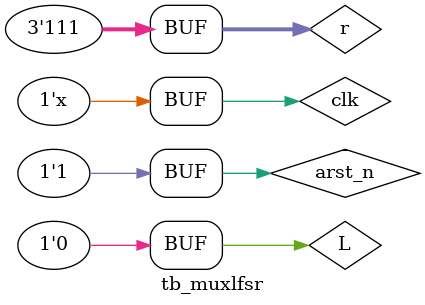
<source format=v>
`timescale 1ns / 1ps


module tb_muxlfsr;
reg clk;
reg arst_n;
reg [2:0] r; //3bit
reg L;
wire [2:0] LFSR;

initial begin
clk=0; arst_n=1; r=0; L=0;
#5 arst_n=0;
#5 arst_n=1; L=0;
#50 L=1; r=3'b111; //L=1ÀÎ °æ¿ì ·¹Áö½ºÅÍ¿¡ »õ·Î¿î°ª(010)ÀÌ ÀúÀåµÈ´Ù.
#10 L=0;

end

always #5 clk=~clk; //ÁÖ±â°¡ 10ÀÎ clkÇü¼º

muxlfsr DUT(.clk(clk), .arst_n(arst_n), .r(r), .L(L), .LFSR(LFSR));

endmodule

</source>
